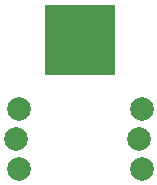
<source format=gbr>
G04 EAGLE Gerber RS-274X export*
G75*
%MOMM*%
%FSLAX34Y34*%
%LPD*%
%INSoldermask Bottom*%
%IPPOS*%
%AMOC8*
5,1,8,0,0,1.08239X$1,22.5*%
G01*
%ADD10C,2.006600*%
%ADD11R,5.969000X5.969000*%


D10*
X128270Y72390D03*
X125730Y46990D03*
X128270Y21590D03*
X24130Y72390D03*
X21590Y46990D03*
X24130Y21590D03*
D11*
X76200Y130810D03*
M02*

</source>
